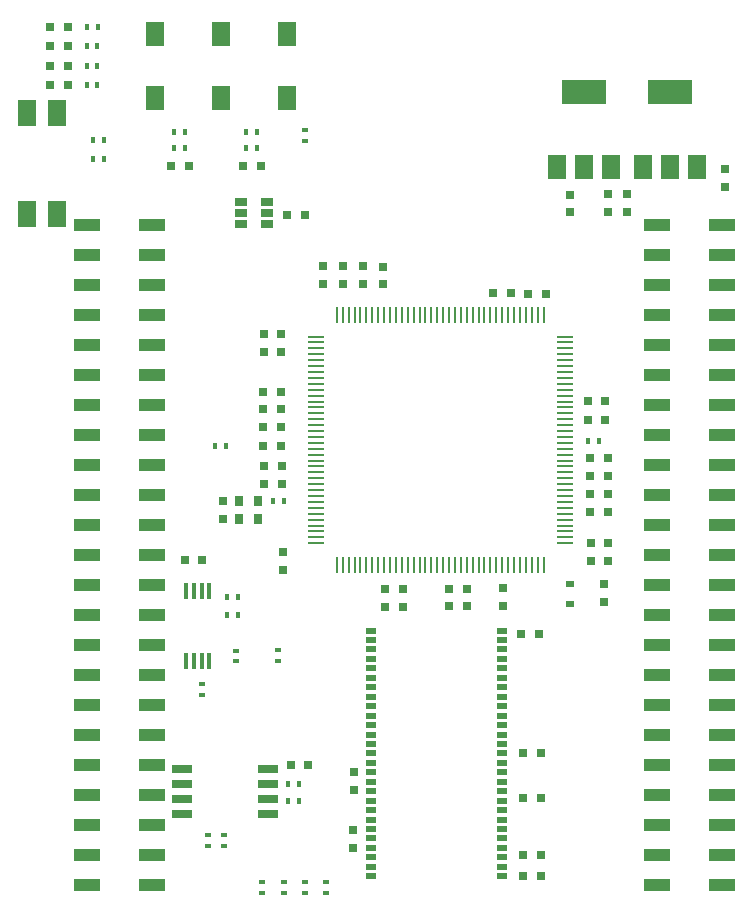
<source format=gbr>
G04 #@! TF.GenerationSoftware,KiCad,Pcbnew,5.0.2+dfsg1-1*
G04 #@! TF.CreationDate,2020-04-04T22:01:51-07:00*
G04 #@! TF.ProjectId,beagle-wire,62656167-6c65-42d7-9769-72652e6b6963,rev?*
G04 #@! TF.SameCoordinates,Original*
G04 #@! TF.FileFunction,Paste,Top*
G04 #@! TF.FilePolarity,Positive*
%FSLAX46Y46*%
G04 Gerber Fmt 4.6, Leading zero omitted, Abs format (unit mm)*
G04 Created by KiCad (PCBNEW 5.0.2+dfsg1-1) date Sat 04 Apr 2020 10:01:51 PM PDT*
%MOMM*%
%LPD*%
G01*
G04 APERTURE LIST*
%ADD10R,0.797560X0.797560*%
%ADD11R,2.200000X1.020000*%
%ADD12R,0.250000X1.450000*%
%ADD13R,1.450000X0.250000*%
%ADD14R,0.900000X0.560000*%
%ADD15R,0.750000X0.800000*%
%ADD16R,0.800000X0.750000*%
%ADD17R,0.400000X0.600000*%
%ADD18R,3.800000X2.000000*%
%ADD19R,1.500000X2.000000*%
%ADD20R,1.700000X0.650000*%
%ADD21R,1.600000X2.000000*%
%ADD22R,1.060000X0.650000*%
%ADD23R,0.450000X1.450000*%
%ADD24R,0.600000X0.400000*%
%ADD25R,0.800000X0.600000*%
%ADD26C,0.650000*%
%ADD27C,0.100000*%
%ADD28R,0.650000X0.850000*%
%ADD29R,1.520000X2.160000*%
G04 APERTURE END LIST*
D10*
G04 #@! TO.C,D3*
X113291700Y-48865400D03*
X111793100Y-48865400D03*
G04 #@! TD*
G04 #@! TO.C,D2*
X111793100Y-47214400D03*
X113291700Y-47214400D03*
G04 #@! TD*
G04 #@! TO.C,D1*
X113291700Y-45563400D03*
X111793100Y-45563400D03*
G04 #@! TD*
G04 #@! TO.C,D4*
X111793100Y-50516400D03*
X113291700Y-50516400D03*
G04 #@! TD*
D11*
G04 #@! TO.C,P8*
X168640100Y-118262400D03*
X163140100Y-118262400D03*
X168640100Y-115722400D03*
X163140100Y-115722400D03*
X168640100Y-113182400D03*
X163140100Y-113182400D03*
X168640100Y-110642400D03*
X163140100Y-110642400D03*
X168640100Y-108102400D03*
X163140100Y-108102400D03*
X168640100Y-105562400D03*
X163140100Y-105562400D03*
X168640100Y-103022400D03*
X163140100Y-103022400D03*
X168640100Y-100482400D03*
X163140100Y-100482400D03*
X168640100Y-97942400D03*
X163140100Y-97942400D03*
X168640100Y-95402400D03*
X163140100Y-95402400D03*
X168640100Y-92862400D03*
X163140100Y-92862400D03*
X168640100Y-90322400D03*
X163140100Y-90322400D03*
X168640100Y-87782400D03*
X163140100Y-87782400D03*
X168640100Y-85242400D03*
X163140100Y-85242400D03*
X168640100Y-82702400D03*
X163140100Y-82702400D03*
X168640100Y-80162400D03*
X163140100Y-80162400D03*
X168640100Y-77622400D03*
X163140100Y-77622400D03*
X168640100Y-75082400D03*
X163140100Y-75082400D03*
X168640100Y-72542400D03*
X163140100Y-72542400D03*
X168640100Y-70002400D03*
X163140100Y-70002400D03*
X168640100Y-67462400D03*
X163140100Y-67462400D03*
X168640100Y-64922400D03*
X163140100Y-64922400D03*
X168640100Y-62382400D03*
X163140100Y-62382400D03*
G04 #@! TD*
G04 #@! TO.C,P9*
X120380100Y-118262400D03*
X114880100Y-118262400D03*
X120380100Y-115722400D03*
X114880100Y-115722400D03*
X120380100Y-113182400D03*
X114880100Y-113182400D03*
X120380100Y-110642400D03*
X114880100Y-110642400D03*
X120380100Y-108102400D03*
X114880100Y-108102400D03*
X120380100Y-105562400D03*
X114880100Y-105562400D03*
X120380100Y-103022400D03*
X114880100Y-103022400D03*
X120380100Y-100482400D03*
X114880100Y-100482400D03*
X120380100Y-97942400D03*
X114880100Y-97942400D03*
X120380100Y-95402400D03*
X114880100Y-95402400D03*
X120380100Y-92862400D03*
X114880100Y-92862400D03*
X120380100Y-90322400D03*
X114880100Y-90322400D03*
X120380100Y-87782400D03*
X114880100Y-87782400D03*
X120380100Y-85242400D03*
X114880100Y-85242400D03*
X120380100Y-82702400D03*
X114880100Y-82702400D03*
X120380100Y-80162400D03*
X114880100Y-80162400D03*
X120380100Y-77622400D03*
X114880100Y-77622400D03*
X120380100Y-75082400D03*
X114880100Y-75082400D03*
X120380100Y-72542400D03*
X114880100Y-72542400D03*
X120380100Y-70002400D03*
X114880100Y-70002400D03*
X120380100Y-67462400D03*
X114880100Y-67462400D03*
X120380100Y-64922400D03*
X114880100Y-64922400D03*
X120380100Y-62382400D03*
X114880100Y-62382400D03*
G04 #@! TD*
D12*
G04 #@! TO.C,U1*
X153558000Y-69995000D03*
X153058000Y-69995000D03*
X152558000Y-69995000D03*
X152058000Y-69995000D03*
X151558000Y-69995000D03*
X151058000Y-69995000D03*
X150558000Y-69995000D03*
X150058000Y-69995000D03*
X149558000Y-69995000D03*
X149058000Y-69995000D03*
X148558000Y-69995000D03*
X148058000Y-69995000D03*
X147558000Y-69995000D03*
X147058000Y-69995000D03*
X146558000Y-69995000D03*
X146058000Y-69995000D03*
X145558000Y-69995000D03*
X145058000Y-69995000D03*
X144558000Y-69995000D03*
X144058000Y-69995000D03*
X143558000Y-69995000D03*
X143058000Y-69995000D03*
X142558000Y-69995000D03*
X142058000Y-69995000D03*
X141558000Y-69995000D03*
X141058000Y-69995000D03*
X140558000Y-69995000D03*
X140058000Y-69995000D03*
X139558000Y-69995000D03*
X139058000Y-69995000D03*
X138558000Y-69995000D03*
X138058000Y-69995000D03*
X137558000Y-69995000D03*
X137058000Y-69995000D03*
X136558000Y-69995000D03*
X136058000Y-69995000D03*
D13*
X134258000Y-71795000D03*
X134258000Y-72295000D03*
X134258000Y-72795000D03*
X134258000Y-73295000D03*
X134258000Y-73795000D03*
X134258000Y-74295000D03*
X134258000Y-74795000D03*
X134258000Y-75295000D03*
X134258000Y-75795000D03*
X134258000Y-76295000D03*
X134258000Y-76795000D03*
X134258000Y-77295000D03*
X134258000Y-77795000D03*
X134258000Y-78295000D03*
X134258000Y-78795000D03*
X134258000Y-79295000D03*
X134258000Y-79795000D03*
X134258000Y-80295000D03*
X134258000Y-80795000D03*
X134258000Y-81295000D03*
X134258000Y-81795000D03*
X134258000Y-82295000D03*
X134258000Y-82795000D03*
X134258000Y-83295000D03*
X134258000Y-83795000D03*
X134258000Y-84295000D03*
X134258000Y-84795000D03*
X134258000Y-85295000D03*
X134258000Y-85795000D03*
X134258000Y-86295000D03*
X134258000Y-86795000D03*
X134258000Y-87295000D03*
X134258000Y-87795000D03*
X134258000Y-88295000D03*
X134258000Y-88795000D03*
X134258000Y-89295000D03*
D12*
X136058000Y-91095000D03*
X136558000Y-91095000D03*
X137058000Y-91095000D03*
X137558000Y-91095000D03*
X138058000Y-91095000D03*
X138558000Y-91095000D03*
X139058000Y-91095000D03*
X139558000Y-91095000D03*
X140058000Y-91095000D03*
X140558000Y-91095000D03*
X141058000Y-91095000D03*
X141558000Y-91095000D03*
X142058000Y-91095000D03*
X142558000Y-91095000D03*
X143058000Y-91095000D03*
X143558000Y-91095000D03*
X144058000Y-91095000D03*
X144558000Y-91095000D03*
X145058000Y-91095000D03*
X145558000Y-91095000D03*
X146058000Y-91095000D03*
X146558000Y-91095000D03*
X147058000Y-91095000D03*
X147558000Y-91095000D03*
X148058000Y-91095000D03*
X148558000Y-91095000D03*
X149058000Y-91095000D03*
X149558000Y-91095000D03*
X150058000Y-91095000D03*
X150558000Y-91095000D03*
X151058000Y-91095000D03*
X151558000Y-91095000D03*
X152058000Y-91095000D03*
X152558000Y-91095000D03*
X153058000Y-91095000D03*
X153558000Y-91095000D03*
D13*
X155358000Y-89295000D03*
X155358000Y-88795000D03*
X155358000Y-88295000D03*
X155358000Y-87795000D03*
X155358000Y-87295000D03*
X155358000Y-86795000D03*
X155358000Y-86295000D03*
X155358000Y-85795000D03*
X155358000Y-85295000D03*
X155358000Y-84795000D03*
X155358000Y-84295000D03*
X155358000Y-83795000D03*
X155358000Y-83295000D03*
X155358000Y-82795000D03*
X155358000Y-82295000D03*
X155358000Y-81795000D03*
X155358000Y-81295000D03*
X155358000Y-80795000D03*
X155358000Y-80295000D03*
X155358000Y-79795000D03*
X155358000Y-79295000D03*
X155358000Y-78795000D03*
X155358000Y-78295000D03*
X155358000Y-77795000D03*
X155358000Y-77295000D03*
X155358000Y-76795000D03*
X155358000Y-76295000D03*
X155358000Y-75795000D03*
X155358000Y-75295000D03*
X155358000Y-74795000D03*
X155358000Y-74295000D03*
X155358000Y-73795000D03*
X155358000Y-73295000D03*
X155358000Y-72795000D03*
X155358000Y-72295000D03*
X155358000Y-71795000D03*
G04 #@! TD*
D14*
G04 #@! TO.C,U6*
X138963200Y-96690560D03*
X150023200Y-117490560D03*
X150023200Y-116690560D03*
X150023200Y-115890560D03*
X150023200Y-115090560D03*
X150023200Y-114290560D03*
X150023200Y-113490560D03*
X150023200Y-112690560D03*
X150023200Y-111890560D03*
X150023200Y-111090560D03*
X150023200Y-110290560D03*
X150023200Y-109490560D03*
X150023200Y-108690560D03*
X150023200Y-107890560D03*
X150023200Y-107090560D03*
X150023200Y-106290560D03*
X150023200Y-105490560D03*
X150023200Y-104690560D03*
X150023200Y-103890560D03*
X150023200Y-103090560D03*
X150023200Y-102290560D03*
X150023200Y-101490560D03*
X150023200Y-100690560D03*
X150023200Y-99890560D03*
X150023200Y-99090560D03*
X150023200Y-98290560D03*
X150023200Y-97490560D03*
X150023200Y-96690560D03*
X138963200Y-97490560D03*
X138963200Y-98290560D03*
X138963200Y-99090560D03*
X138963200Y-99890560D03*
X138963200Y-100690560D03*
X138963200Y-101490560D03*
X138963200Y-102290560D03*
X138963200Y-103090560D03*
X138963200Y-103890560D03*
X138963200Y-104690560D03*
X138963200Y-105490560D03*
X138963200Y-106290560D03*
X138963200Y-107090560D03*
X138963200Y-107890560D03*
X138963200Y-108690560D03*
X138963200Y-109490560D03*
X138963200Y-110290560D03*
X138963200Y-111090560D03*
X138963200Y-111890560D03*
X138963200Y-112690560D03*
X138963200Y-113490560D03*
X138963200Y-114290560D03*
X138963200Y-115090560D03*
X138963200Y-115890560D03*
X138963200Y-116690560D03*
X138963200Y-117490560D03*
G04 #@! TD*
D15*
G04 #@! TO.C,C36*
X131490000Y-91530000D03*
X131490000Y-90030000D03*
G04 #@! TD*
D16*
G04 #@! TO.C,C40*
X133642200Y-108105400D03*
X132142200Y-108105400D03*
G04 #@! TD*
D15*
G04 #@! TO.C,C5*
X155770000Y-59780000D03*
X155770000Y-61280000D03*
G04 #@! TD*
G04 #@! TO.C,C10*
X159040000Y-59720000D03*
X159040000Y-61220000D03*
G04 #@! TD*
G04 #@! TO.C,C12*
X160640000Y-59720000D03*
X160640000Y-61220000D03*
G04 #@! TD*
G04 #@! TO.C,C18*
X168950000Y-59090000D03*
X168950000Y-57590000D03*
G04 #@! TD*
G04 #@! TO.C,C21*
X126401000Y-85715000D03*
X126401000Y-87215000D03*
G04 #@! TD*
D16*
G04 #@! TO.C,C1*
X159008000Y-83630000D03*
X157508000Y-83630000D03*
G04 #@! TD*
G04 #@! TO.C,C2*
X131310000Y-81070000D03*
X129810000Y-81070000D03*
G04 #@! TD*
G04 #@! TO.C,C3*
X159020000Y-82106000D03*
X157520000Y-82106000D03*
G04 #@! TD*
G04 #@! TO.C,C4*
X131300000Y-79480000D03*
X129800000Y-79480000D03*
G04 #@! TD*
G04 #@! TO.C,C6*
X152240000Y-68150000D03*
X153740000Y-68150000D03*
G04 #@! TD*
G04 #@! TO.C,C7*
X150790000Y-68140000D03*
X149290000Y-68140000D03*
G04 #@! TD*
D15*
G04 #@! TO.C,C8*
X134900000Y-67350000D03*
X134900000Y-65850000D03*
G04 #@! TD*
G04 #@! TO.C,C9*
X136610000Y-67360000D03*
X136610000Y-65860000D03*
G04 #@! TD*
D16*
G04 #@! TO.C,C11*
X131320000Y-76500000D03*
X129820000Y-76500000D03*
G04 #@! TD*
G04 #@! TO.C,C13*
X131320000Y-77960000D03*
X129820000Y-77960000D03*
G04 #@! TD*
G04 #@! TO.C,C14*
X131386000Y-84256000D03*
X129886000Y-84256000D03*
G04 #@! TD*
G04 #@! TO.C,C15*
X131386000Y-82732000D03*
X129886000Y-82732000D03*
G04 #@! TD*
D15*
G04 #@! TO.C,C16*
X140150000Y-93150000D03*
X140150000Y-94650000D03*
G04 #@! TD*
G04 #@! TO.C,C17*
X141690000Y-93150000D03*
X141690000Y-94650000D03*
G04 #@! TD*
G04 #@! TO.C,C19*
X158648400Y-94285500D03*
X158648400Y-92785500D03*
G04 #@! TD*
G04 #@! TO.C,C20*
X150142000Y-93118000D03*
X150142000Y-94618000D03*
G04 #@! TD*
D16*
G04 #@! TO.C,C22*
X157508000Y-86678000D03*
X159008000Y-86678000D03*
G04 #@! TD*
G04 #@! TO.C,C23*
X157508000Y-85154000D03*
X159008000Y-85154000D03*
G04 #@! TD*
G04 #@! TO.C,C24*
X157300000Y-77260000D03*
X158800000Y-77260000D03*
G04 #@! TD*
G04 #@! TO.C,C25*
X157300000Y-78870000D03*
X158800000Y-78870000D03*
G04 #@! TD*
D15*
G04 #@! TO.C,C26*
X140004800Y-67370000D03*
X140004800Y-65870000D03*
G04 #@! TD*
G04 #@! TO.C,C27*
X138310000Y-67360000D03*
X138310000Y-65860000D03*
G04 #@! TD*
D16*
G04 #@! TO.C,C28*
X131370000Y-71600000D03*
X129870000Y-71600000D03*
G04 #@! TD*
G04 #@! TO.C,C30*
X131360000Y-73110000D03*
X129860000Y-73110000D03*
G04 #@! TD*
D15*
G04 #@! TO.C,C31*
X147094000Y-93130000D03*
X147094000Y-94630000D03*
G04 #@! TD*
G04 #@! TO.C,C32*
X145570000Y-93130000D03*
X145570000Y-94630000D03*
G04 #@! TD*
D16*
G04 #@! TO.C,C33*
X157540000Y-89242000D03*
X159040000Y-89242000D03*
G04 #@! TD*
G04 #@! TO.C,C34*
X157540000Y-90766000D03*
X159040000Y-90766000D03*
G04 #@! TD*
G04 #@! TO.C,C35*
X151859200Y-117504560D03*
X153359200Y-117504560D03*
G04 #@! TD*
G04 #@! TO.C,C37*
X151859200Y-107090560D03*
X153359200Y-107090560D03*
G04 #@! TD*
G04 #@! TO.C,C38*
X151680000Y-96960000D03*
X153180000Y-96960000D03*
G04 #@! TD*
G04 #@! TO.C,C39*
X151859200Y-115726560D03*
X153359200Y-115726560D03*
G04 #@! TD*
G04 #@! TO.C,C41*
X151859200Y-110900560D03*
X153359200Y-110900560D03*
G04 #@! TD*
D15*
G04 #@! TO.C,C42*
X137500000Y-108690000D03*
X137500000Y-110190000D03*
G04 #@! TD*
G04 #@! TO.C,C43*
X137430000Y-113570000D03*
X137430000Y-115070000D03*
G04 #@! TD*
D17*
G04 #@! TO.C,R21*
X115450200Y-55194200D03*
X116350200Y-55194200D03*
G04 #@! TD*
G04 #@! TO.C,R22*
X115450200Y-56769000D03*
X116350200Y-56769000D03*
G04 #@! TD*
G04 #@! TO.C,R4*
X115773700Y-50516400D03*
X114873700Y-50516400D03*
G04 #@! TD*
G04 #@! TO.C,R5*
X115773700Y-48865400D03*
X114873700Y-48865400D03*
G04 #@! TD*
G04 #@! TO.C,R6*
X115773700Y-47214400D03*
X114873700Y-47214400D03*
G04 #@! TD*
G04 #@! TO.C,R7*
X115824500Y-45563400D03*
X114924500Y-45563400D03*
G04 #@! TD*
G04 #@! TO.C,R10*
X131590000Y-85710000D03*
X130690000Y-85710000D03*
G04 #@! TD*
G04 #@! TO.C,R1*
X158230000Y-80630000D03*
X157330000Y-80630000D03*
G04 #@! TD*
G04 #@! TO.C,R2*
X125750000Y-81070000D03*
X126650000Y-81070000D03*
G04 #@! TD*
D18*
G04 #@! TO.C,U2*
X156970000Y-51100000D03*
D19*
X156970000Y-57400000D03*
X159270000Y-57400000D03*
X154670000Y-57400000D03*
G04 #@! TD*
D20*
G04 #@! TO.C,U5*
X122925200Y-108402400D03*
X122925200Y-109672400D03*
X122925200Y-110942400D03*
X122925200Y-112212400D03*
X130225200Y-112212400D03*
X130225200Y-110942400D03*
X130225200Y-109672400D03*
X130225200Y-108402400D03*
G04 #@! TD*
D18*
G04 #@! TO.C,U3*
X164270000Y-51120000D03*
D19*
X164270000Y-57420000D03*
X166570000Y-57420000D03*
X161970000Y-57420000D03*
G04 #@! TD*
D21*
G04 #@! TO.C,SW1*
X120650000Y-51595000D03*
X120650000Y-46195000D03*
G04 #@! TD*
G04 #@! TO.C,SW2*
X126238000Y-51595000D03*
X126238000Y-46195000D03*
G04 #@! TD*
G04 #@! TO.C,SW3*
X131815840Y-51595000D03*
X131815840Y-46195000D03*
G04 #@! TD*
D22*
G04 #@! TO.C,U7*
X127910000Y-60380000D03*
X127910000Y-61330000D03*
X127910000Y-62280000D03*
X130110000Y-62280000D03*
X130110000Y-60380000D03*
X130110000Y-61330000D03*
G04 #@! TD*
D23*
G04 #@! TO.C,U4*
X123323000Y-99260400D03*
X123973000Y-99260400D03*
X124623000Y-99260400D03*
X125273000Y-99260400D03*
X125273000Y-93360400D03*
X124623000Y-93360400D03*
X123973000Y-93360400D03*
X123323000Y-93360400D03*
G04 #@! TD*
D16*
G04 #@! TO.C,C29*
X123165000Y-90734400D03*
X124665000Y-90734400D03*
G04 #@! TD*
G04 #@! TO.C,C46*
X131850000Y-61470000D03*
X133350000Y-61470000D03*
G04 #@! TD*
D17*
G04 #@! TO.C,R11*
X132862200Y-109705400D03*
X131962200Y-109705400D03*
G04 #@! TD*
D24*
G04 #@! TO.C,R12*
X125122200Y-114905400D03*
X125122200Y-114005400D03*
G04 #@! TD*
G04 #@! TO.C,R13*
X126522200Y-114895400D03*
X126522200Y-113995400D03*
G04 #@! TD*
D17*
G04 #@! TO.C,R14*
X132862200Y-111105400D03*
X131962200Y-111105400D03*
G04 #@! TD*
G04 #@! TO.C,R15*
X127665000Y-93828400D03*
X126765000Y-93828400D03*
G04 #@! TD*
G04 #@! TO.C,R16*
X127665000Y-95352400D03*
X126765000Y-95352400D03*
G04 #@! TD*
G04 #@! TO.C,R17*
X122301000Y-54451000D03*
X123201000Y-54451000D03*
G04 #@! TD*
G04 #@! TO.C,R18*
X128397000Y-54451000D03*
X129297000Y-54451000D03*
G04 #@! TD*
G04 #@! TO.C,R19*
X123201000Y-55848000D03*
X122301000Y-55848000D03*
G04 #@! TD*
G04 #@! TO.C,R20*
X129297000Y-55848000D03*
X128397000Y-55848000D03*
G04 #@! TD*
D24*
G04 #@! TO.C,R8*
X131080000Y-98370000D03*
X131080000Y-99270000D03*
G04 #@! TD*
G04 #@! TO.C,R9*
X127490000Y-98390000D03*
X127490000Y-99290000D03*
G04 #@! TD*
G04 #@! TO.C,R23*
X131546600Y-117964800D03*
X131546600Y-118864800D03*
G04 #@! TD*
G04 #@! TO.C,R24*
X135166100Y-117990200D03*
X135166100Y-118890200D03*
G04 #@! TD*
G04 #@! TO.C,R25*
X129679700Y-117990200D03*
X129679700Y-118890200D03*
G04 #@! TD*
G04 #@! TO.C,R26*
X133375400Y-117977500D03*
X133375400Y-118877500D03*
G04 #@! TD*
G04 #@! TO.C,R3*
X133380000Y-54320000D03*
X133380000Y-55220000D03*
G04 #@! TD*
D16*
G04 #@! TO.C,C44*
X122001000Y-57372000D03*
X123501000Y-57372000D03*
G04 #@! TD*
G04 #@! TO.C,C45*
X128097000Y-57372000D03*
X129597000Y-57372000D03*
G04 #@! TD*
D25*
G04 #@! TO.C,D5*
X155803600Y-92774400D03*
X155803600Y-94474400D03*
G04 #@! TD*
D26*
G04 #@! TO.C,Y1*
X127762500Y-87249300D03*
D27*
G36*
X127437500Y-87674300D02*
X127437500Y-86824300D01*
X128087500Y-86824300D01*
X128087500Y-87674300D01*
X127437500Y-87674300D01*
X127437500Y-87674300D01*
G37*
D28*
X129412500Y-87249300D03*
X129412500Y-85699300D03*
X127762500Y-85699300D03*
G04 #@! TD*
D29*
G04 #@! TO.C,SW4*
X109816900Y-61437300D03*
X112356900Y-61437300D03*
X112356900Y-52837300D03*
X109816900Y-52837300D03*
G04 #@! TD*
D24*
G04 #@! TO.C,R27*
X124625100Y-102113500D03*
X124625100Y-101213500D03*
G04 #@! TD*
M02*

</source>
